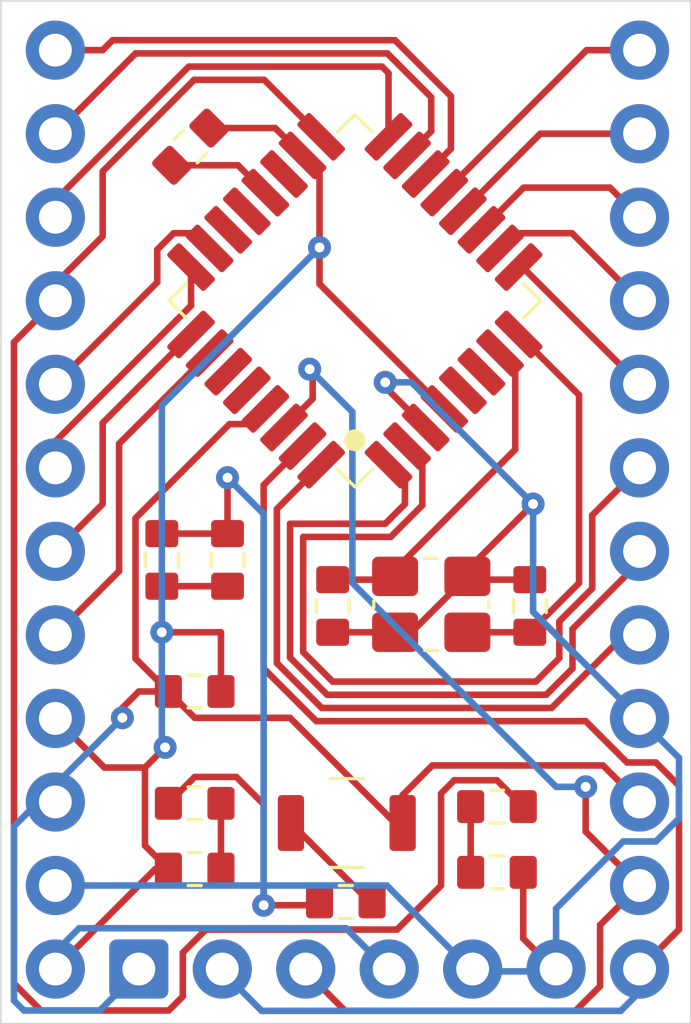
<source format=kicad_pcb>
(kicad_pcb (version 20241229) (generator "pcbnew") (generator_version "9.0")
  (layers (0 "F.Cu" signal) (2 "B.Cu" signal) (13 "F.Paste" user) (15 "B.Paste" user) (5 "F.SilkS" user "F.Silkscreen") (7 "B.SilkS" user "B.Silkscreen") (1 "F.Mask" user) (3 "B.Mask" user) (25 "Edge.Cuts" user))
  (net 0 "")
  (net 1 "Net-(U1-XTAL2{slash}PB7)")
  (net 2 "Net-(U1-XTAL{slash}PB6)")
  (net 3 "Net-(C4-Pad2)")
  (net 4 "Net-(U1-AREF)")
  (net 5 "RAW")
  (net 6 "Net-(D1-Pad1)")
  (net 7 "Net-(D2-Pad2)")
  (net 8 "SCK")
  (net 9 "DTR")
  (net 10 "D3")
  (net 11 "RXI")
  (net 12 "MOSI")
  (net 13 "D5")
  (net 14 "A3")
  (net 15 "D4")
  (net 16 "A4")
  (net 17 "D7")
  (net 18 "D6")
  (net 19 "A2")
  (net 20 "A6")
  (net 21 "MISO")
  (net 22 "A0")
  (net 23 "A1")
  (net 24 "D9")
  (net 25 "D8")
  (net 26 "TXO")
  (net 27 "A7")
  (net 28 "A5")
  (net 29 "D2")
  (net 30 "D10")
  (net 31 "GND")
  (footprint "MyFootLib:0603_CA" (layer "F.Cu") (at 143.5 48)
    (property "Reference" "R1")
    (property "Value" "330" (hide yes))
    (fp_line (start -0.2 -0.5) (end 0.2 -0.5) (stroke (width 0.1)) (layer "F.SilkS"))
    (fp_line (start -0.2 0.5) (end 0.2 0.5) (stroke (width 0.1)) (layer "F.SilkS"))
    (pad "1" smd roundrect (at -0.8 0) (size 0.825 1) (layers "F.Cu" "F.Mask" "F.Paste") (roundrect_rratio 0.15) (net 6 "Net-(D1-Pad1)"))
    (pad "2" smd roundrect (at 0.8 0) (size 0.825 1) (layers "F.Cu" "F.Mask" "F.Paste") (roundrect_rratio 0.15) (net 8 "SCK"))
  )
  (footprint "MyFootLib:FTDI" (layer "F.Cu") (at 145.3 52.94 -90)
    (property "Reference" "J3" (hide yes))
    (property "Value" "FTDI" (hide yes))
    (pad "1" thru_hole roundrect (at 0 12.7 270) (size 1.8 1.8) (drill 1) (layers "*.Cu" "*.Mask") (roundrect_rratio 0.125) (net 9 "DTR"))
    (pad "2" thru_hole circle (at 0 10.16 270) (size 1.8 1.8) (drill 1) (layers "*.Cu" "*.Mask") (net 26 "TXO"))
    (pad "3" thru_hole circle (at 0 7.62 270) (size 1.8 1.8) (drill 1) (layers "*.Cu" "*.Mask") (net 11 "RXI"))
    (pad "4" thru_hole circle (at 0 5.08 270) (size 1.8 1.8) (drill 1) (layers "*.Cu" "*.Mask") (net 5 "RAW"))
    (pad "5" thru_hole circle (at 0 2.54 270) (size 1.8 1.8) (drill 1) (layers "*.Cu" "*.Mask") (net 31 "GND"))
    (pad "6" thru_hole circle (at 0 0 270) (size 1.8 1.8) (drill 1) (layers "*.Cu" "*.Mask") (net 31 "GND"))
  )
  (footprint "MyFootLib:SidePorts" (layer "F.Cu") (at 147.84 52.94 180)
    (property "Reference" "J1" (hide yes))
    (property "Value" "~" (hide yes))
    (pad "1" thru_hole circle (at 0 27.94 180) (size 1.8 1.8) (drill 1) (layers "*.Cu" "*.Mask") (net 24 "D9"))
    (pad "2" thru_hole circle (at 0 25.4 180) (size 1.8 1.8) (drill 1) (layers "*.Cu" "*.Mask") (net 25 "D8"))
    (pad "3" thru_hole circle (at 0 22.86 180) (size 1.8 1.8) (drill 1) (layers "*.Cu" "*.Mask") (net 17 "D7"))
    (pad "4" thru_hole circle (at 0 20.32 180) (size 1.8 1.8) (drill 1) (layers "*.Cu" "*.Mask") (net 18 "D6"))
    (pad "5" thru_hole circle (at 0 17.78 180) (size 1.8 1.8) (drill 1) (layers "*.Cu" "*.Mask") (net 13 "D5"))
    (pad "6" thru_hole circle (at 0 15.24 180) (size 1.8 1.8) (drill 1) (layers "*.Cu" "*.Mask") (net 15 "D4"))
    (pad "7" thru_hole circle (at 0 12.7 180) (size 1.8 1.8) (drill 1) (layers "*.Cu" "*.Mask") (net 10 "D3"))
    (pad "8" thru_hole circle (at 0 10.16 180) (size 1.8 1.8) (drill 1) (layers "*.Cu" "*.Mask") (net 29 "D2"))
    (pad "9" thru_hole circle (at 0 7.62 180) (size 1.8 1.8) (drill 1) (layers "*.Cu" "*.Mask") (net 31 "GND"))
    (pad "10" thru_hole circle (at 0 5.08 180) (size 1.8 1.8) (drill 1) (layers "*.Cu" "*.Mask") (net 9 "DTR"))
    (pad "11" thru_hole circle (at 0 2.54 180) (size 1.8 1.8) (drill 1) (layers "*.Cu" "*.Mask") (net 11 "RXI"))
    (pad "12" thru_hole circle (at 0 0 180) (size 1.8 1.8) (drill 1) (layers "*.Cu" "*.Mask") (net 26 "TXO"))
  )
  (footprint "MyFootLib:0603_CA" (layer "F.Cu") (at 138.5 41.9 -90)
    (property "Reference" "C2")
    (property "Value" "12pF" (hide yes))
    (fp_line (start -0.2 0.5) (end 0.2 0.5) (stroke (width 0.1)) (layer "F.SilkS"))
    (fp_line (start -0.2 -0.5) (end 0.2 -0.5) (stroke (width 0.1)) (layer "F.SilkS"))
    (pad "1" smd roundrect (at -0.8 0 270) (size 0.825 1) (layers "F.Cu" "F.Mask" "F.Paste") (roundrect_rratio 0.15) (net 2 "Net-(U1-XTAL{slash}PB6)"))
    (pad "2" smd roundrect (at 0.8 0 270) (size 0.825 1) (layers "F.Cu" "F.Mask" "F.Paste") (roundrect_rratio 0.15) (net 31 "GND"))
  )
  (footprint "MyFootLib:0603_CA" (layer "F.Cu") (at 133.3 40.5 90)
    (property "Reference" "C7" (hide yes))
    (property "Value" "100nF" (hide yes))
    (fp_line (start -0.2 -0.5) (end 0.2 -0.5) (stroke (width 0.1)) (layer "F.SilkS"))
    (fp_line (start -0.2 0.5) (end 0.2 0.5) (stroke (width 0.1)) (layer "F.SilkS"))
    (pad "1" smd roundrect (at -0.8 0 90) (size 0.825 1) (layers "F.Cu" "F.Mask" "F.Paste") (roundrect_rratio 0.15) (net 5 "RAW"))
    (pad "2" smd roundrect (at 0.8 0 90) (size 0.825 1) (layers "F.Cu" "F.Mask" "F.Paste") (roundrect_rratio 0.15) (net 31 "GND"))
  )
  (footprint "MyFootLib:0603_CA" (layer "F.Cu") (at 134.3 49.9)
    (property "Reference" "D2")
    (property "Value" "Red" (hide yes))
    (fp_line (start -0.2 -0.5) (end 0.2 -0.5) (stroke (width 0.1)) (layer "F.SilkS"))
    (fp_line (start -0.2 0.5) (end 0.2 0.5) (stroke (width 0.1)) (layer "F.SilkS"))
    (pad "1" smd roundrect (at -0.8 0) (size 0.825 1) (layers "F.Cu" "F.Mask" "F.Paste") (roundrect_rratio 0.15) (net 5 "RAW"))
    (pad "2" smd roundrect (at 0.8 0) (size 0.825 1) (layers "F.Cu" "F.Mask" "F.Paste") (roundrect_rratio 0.15) (net 7 "Net-(D2-Pad2)"))
  )
  (footprint "MyFootLib:Omron_B3U-1000P" (layer "F.Cu") (at 138.93 48.5)
    (property "Reference" "SW1")
    (property "Value" "SW_Push" (hide yes))
    (fp_line (start -0.5 -1.35) (end 0.5 -1.35) (stroke (width 0.1)) (layer "F.SilkS"))
    (fp_line (start -0.5 1.35) (end 0.5 1.35) (stroke (width 0.1)) (layer "F.SilkS"))
    (pad "1" smd roundrect (at -1.7 0) (size 0.8 1.7) (layers "F.Cu" "F.Mask" "F.Paste") (roundrect_rratio 0.15) (net 3 "Net-(C4-Pad2)"))
    (pad "2" smd roundrect (at 1.7 0) (size 0.8 1.7) (layers "F.Cu" "F.Mask" "F.Paste") (roundrect_rratio 0.15) (net 9 "DTR"))
  )
  (footprint "MyFootLib:0603_CA" (layer "F.Cu") (at 134.3 44.5)
    (property "Reference" "R3" (hide yes))
    (property "Value" "10k" (hide yes))
    (fp_line (start -0.2 -0.5) (end 0.2 -0.5) (stroke (width 0.1)) (layer "F.SilkS"))
    (fp_line (start -0.2 0.5) (end 0.2 0.5) (stroke (width 0.1)) (layer "F.SilkS"))
    (pad "1" smd roundrect (at -0.8 0) (size 0.825 1) (layers "F.Cu" "F.Mask" "F.Paste") (roundrect_rratio 0.15) (net 9 "DTR"))
    (pad "2" smd roundrect (at 0.8 0) (size 0.825 1) (layers "F.Cu" "F.Mask" "F.Paste") (roundrect_rratio 0.15) (net 5 "RAW"))
  )
  (footprint "MyFootLib:0603_CA" (layer "F.Cu") (at 135.3 40.5 90)
    (property "Reference" "C6" (hide yes))
    (property "Value" "1uF" (hide yes))
    (fp_line (start -0.2 -0.5) (end 0.2 -0.5) (stroke (width 0.1)) (layer "F.SilkS"))
    (fp_line (start -0.2 0.5) (end 0.2 0.5) (stroke (width 0.1)) (layer "F.SilkS"))
    (pad "1" smd roundrect (at -0.8 0 90) (size 0.825 1) (layers "F.Cu" "F.Mask" "F.Paste") (roundrect_rratio 0.15) (net 5 "RAW"))
    (pad "2" smd roundrect (at 0.8 0 90) (size 0.825 1) (layers "F.Cu" "F.Mask" "F.Paste") (roundrect_rratio 0.15) (net 31 "GND"))
  )
  (footprint "MyFootLib:0603_CA" (layer "F.Cu") (at 138.9 50.9)
    (property "Reference" "C4")
    (property "Value" "100nF" (hide yes))
    (fp_line (start -0.2 -0.5) (end 0.2 -0.5) (stroke (width 0.1)) (layer "F.SilkS"))
    (fp_line (start -0.2 0.5) (end 0.2 0.5) (stroke (width 0.1)) (layer "F.SilkS"))
    (pad "1" smd roundrect (at -0.8 0) (size 0.825 1) (layers "F.Cu" "F.Mask" "F.Paste") (roundrect_rratio 0.15) (net 31 "GND"))
    (pad "2" smd roundrect (at 0.8 0) (size 0.825 1) (layers "F.Cu" "F.Mask" "F.Paste") (roundrect_rratio 0.15) (net 3 "Net-(C4-Pad2)"))
  )
  (footprint "MyFootLib:0603_CA" (layer "F.Cu") (at 134.165685 27.934315 -135)
    (property "Reference" "C5" (hide yes))
    (property "Value" "12pF" (hide yes))
    (fp_line (start -0.2 0.5) (end 0.2 0.5) (stroke (width 0.1)) (layer "F.SilkS"))
    (fp_line (start -0.2 -0.5) (end 0.2 -0.5) (stroke (width 0.1)) (layer "F.SilkS"))
    (pad "1" smd roundrect (at -0.799999 0 225) (size 0.825 1) (layers "F.Cu" "F.Mask" "F.Paste") (roundrect_rratio 0.15) (net 5 "RAW"))
    (pad "2" smd roundrect (at 0.799999 0 225) (size 0.825 1) (layers "F.Cu" "F.Mask" "F.Paste") (roundrect_rratio 0.15) (net 4 "Net-(U1-AREF)"))
  )
  (footprint "MyFootLib:0603_CA" (layer "F.Cu") (at 144.5 41.9 90)
    (property "Reference" "C1")
    (property "Value" "12pF" (hide yes))
    (fp_line (start -0.2 -0.5) (end 0.2 -0.5) (stroke (width 0.1)) (layer "F.SilkS"))
    (fp_line (start -0.2 0.5) (end 0.2 0.5) (stroke (width 0.1)) (layer "F.SilkS"))
    (pad "1" smd roundrect (at -0.8 0 90) (size 0.825 1) (layers "F.Cu" "F.Mask" "F.Paste") (roundrect_rratio 0.15) (net 1 "Net-(U1-XTAL2{slash}PB7)"))
    (pad "2" smd roundrect (at 0.8 0 90) (size 0.825 1) (layers "F.Cu" "F.Mask" "F.Paste") (roundrect_rratio 0.15) (net 31 "GND"))
  )
  (footprint "MyFootLib:ATmega328p-AU" (layer "F.Cu") (at 139.174695 32.62 135)
    (property "Reference" "U1" (hide yes))
    (property "Value" "ATmega328p-A")
    (fp_line (start 4 -4) (end 4 -3.25) (stroke (width 0.1)) (layer "F.SilkS"))
    (fp_line (start 3.25 -4) (end 4 -4) (stroke (width 0.1)) (layer "F.SilkS"))
    (fp_line (start 4 3.25) (end 4 4) (stroke (width 0.1)) (layer "F.SilkS"))
    (fp_line (start 4 4) (end 3.25 4) (stroke (width 0.1)) (layer "F.SilkS"))
    (fp_line (start -4 -4) (end -3.25 -4) (stroke (width 0.1)) (layer "F.SilkS"))
    (fp_line (start -4 -3.25) (end -4 -4) (stroke (width 0.1)) (layer "F.SilkS"))
    (fp_line (start -3.25 4) (end -4 4) (stroke (width 0.1)) (layer "F.SilkS"))
    (fp_line (start -4 4) (end -4 3.25) (stroke (width 0.1)) (layer "F.SilkS"))
    (fp_circle (center -3 -3) (end -2.8 -2.8) (stroke (width 0.1)) (fill yes) (layer "F.SilkS"))
    (pad "1" smd roundrect (at -4.25 -2.8 135) (size 1.6 0.55) (layers "F.Cu" "F.Mask" "F.Paste") (roundrect_rratio 0.15) (net 10 "D3"))
    (pad "2" smd roundrect (at -4.25 -2 135) (size 1.6 0.55) (layers "F.Cu" "F.Mask" "F.Paste") (roundrect_rratio 0.15) (net 15 "D4"))
    (pad "3" smd roundrect (at -4.25 -1.2 135) (size 1.6 0.55) (layers "F.Cu" "F.Mask" "F.Paste") (roundrect_rratio 0.15) (net 31 "GND"))
    (pad "4" smd roundrect (at -4.25 -0.4 135) (size 1.6 0.55) (layers "F.Cu" "F.Mask" "F.Paste") (roundrect_rratio 0.15) (net 5 "RAW"))
    (pad "5" smd roundrect (at -4.25 0.4 135) (size 1.6 0.55) (layers "F.Cu" "F.Mask" "F.Paste") (roundrect_rratio 0.15))
    (pad "6" smd roundrect (at -4.25 1.2 135) (size 1.6 0.55) (layers "F.Cu" "F.Mask" "F.Paste") (roundrect_rratio 0.15))
    (pad "7" smd roundrect (at -4.25 2 135) (size 1.6 0.55) (layers "F.Cu" "F.Mask" "F.Paste") (roundrect_rratio 0.15) (net 2 "Net-(U1-XTAL{slash}PB6)"))
    (pad "8" smd roundrect (at -4.25 2.8 135) (size 1.6 0.55) (layers "F.Cu" "F.Mask" "F.Paste") (roundrect_rratio 0.15) (net 1 "Net-(U1-XTAL2{slash}PB7)"))
    (pad "9" smd roundrect (at -2.8 4.25 225) (size 1.6 0.55) (layers "F.Cu" "F.Mask" "F.Paste") (roundrect_rratio 0.15) (net 13 "D5"))
    (pad "10" smd roundrect (at -2 4.25 225) (size 1.6 0.55) (layers "F.Cu" "F.Mask" "F.Paste") (roundrect_rratio 0.15) (net 18 "D6"))
    (pad "11" smd roundrect (at -1.2 4.25 225) (size 1.6 0.55) (layers "F.Cu" "F.Mask" "F.Paste") (roundrect_rratio 0.15) (net 17 "D7"))
    (pad "12" smd roundrect (at -0.4 4.25 225) (size 1.6 0.55) (layers "F.Cu" "F.Mask" "F.Paste") (roundrect_rratio 0.15) (net 25 "D8"))
    (pad "13" smd roundrect (at 0.4 4.25 225) (size 1.6 0.55) (layers "F.Cu" "F.Mask" "F.Paste") (roundrect_rratio 0.15) (net 24 "D9"))
    (pad "14" smd roundrect (at 1.2 4.25 225) (size 1.6 0.55) (layers "F.Cu" "F.Mask" "F.Paste") (roundrect_rratio 0.15) (net 30 "D10"))
    (pad "15" smd roundrect (at 2 4.25 225) (size 1.6 0.55) (layers "F.Cu" "F.Mask" "F.Paste") (roundrect_rratio 0.15) (net 12 "MOSI"))
    (pad "16" smd roundrect (at 2.8 4.25 225) (size 1.6 0.55) (layers "F.Cu" "F.Mask" "F.Paste") (roundrect_rratio 0.15) (net 21 "MISO"))
    (pad "17" smd roundrect (at 4.25 2.8 135) (size 1.6 0.55) (layers "F.Cu" "F.Mask" "F.Paste") (roundrect_rratio 0.15) (net 8 "SCK"))
    (pad "18" smd roundrect (at 4.25 2 135) (size 1.6 0.55) (layers "F.Cu" "F.Mask" "F.Paste") (roundrect_rratio 0.15) (net 5 "RAW"))
    (pad "19" smd roundrect (at 4.25 1.2 135) (size 1.6 0.55) (layers "F.Cu" "F.Mask" "F.Paste") (roundrect_rratio 0.15) (net 20 "A6"))
    (pad "20" smd roundrect (at 4.25 0.4 135) (size 1.6 0.55) (layers "F.Cu" "F.Mask" "F.Paste") (roundrect_rratio 0.15) (net 4 "Net-(U1-AREF)"))
    (pad "21" smd roundrect (at 4.25 -0.4 135) (size 1.6 0.55) (layers "F.Cu" "F.Mask" "F.Paste") (roundrect_rratio 0.15))
    (pad "22" smd roundrect (at 4.25 -1.2 135) (size 1.6 0.55) (layers "F.Cu" "F.Mask" "F.Paste") (roundrect_rratio 0.15) (net 27 "A7"))
    (pad "23" smd roundrect (at 4.25 -2 135) (size 1.6 0.55) (layers "F.Cu" "F.Mask" "F.Paste") (roundrect_rratio 0.15) (net 22 "A0"))
    (pad "24" smd roundrect (at 4.25 -2.8 135) (size 1.6 0.55) (layers "F.Cu" "F.Mask" "F.Paste") (roundrect_rratio 0.15) (net 23 "A1"))
    (pad "25" smd roundrect (at 2.8 -4.25 225) (size 1.6 0.55) (layers "F.Cu" "F.Mask" "F.Paste") (roundrect_rratio 0.15) (net 19 "A2"))
    (pad "26" smd roundrect (at 2 -4.25 225) (size 1.6 0.55) (layers "F.Cu" "F.Mask" "F.Paste") (roundrect_rratio 0.15) (net 14 "A3"))
    (pad "27" smd roundrect (at 1.2 -4.25 225) (size 1.6 0.55) (layers "F.Cu" "F.Mask" "F.Paste") (roundrect_rratio 0.15) (net 16 "A4"))
    (pad "28" smd roundrect (at 0.4 -4.25 225) (size 1.6 0.55) (layers "F.Cu" "F.Mask" "F.Paste") (roundrect_rratio 0.15) (net 28 "A5"))
    (pad "29" smd roundrect (at -0.4 -4.25 225) (size 1.6 0.55) (layers "F.Cu" "F.Mask" "F.Paste") (roundrect_rratio 0.15) (net 9 "DTR"))
    (pad "30" smd roundrect (at -1.2 -4.25 225) (size 1.6 0.55) (layers "F.Cu" "F.Mask" "F.Paste") (roundrect_rratio 0.15) (net 11 "RXI"))
    (pad "31" smd roundrect (at -2 -4.25 225) (size 1.6 0.55) (layers "F.Cu" "F.Mask" "F.Paste") (roundrect_rratio 0.15) (net 26 "TXO"))
    (pad "32" smd roundrect (at -2.8 -4.25 225) (size 1.6 0.55) (layers "F.Cu" "F.Mask" "F.Paste") (roundrect_rratio 0.15) (net 29 "D2"))
  )
  (footprint "MyFootLib:SidePorts" (layer "F.Cu") (at 130.06 25)
    (property "Reference" "J2" (hide yes))
    (property "Value" "~" (hide yes))
    (pad "1" thru_hole circle (at 0 27.94) (size 1.8 1.8) (drill 1) (layers "*.Cu" "*.Mask") (net 5 "RAW"))
    (pad "2" thru_hole circle (at 0 25.4) (size 1.8 1.8) (drill 1) (layers "*.Cu" "*.Mask") (net 31 "GND"))
    (pad "3" thru_hole circle (at 0 22.86) (size 1.8 1.8) (drill 1) (layers "*.Cu" "*.Mask") (net 9 "DTR"))
    (pad "4" thru_hole circle (at 0 20.32) (size 1.8 1.8) (drill 1) (layers "*.Cu" "*.Mask") (net 5 "RAW"))
    (pad "5" thru_hole circle (at 0 17.78) (size 1.8 1.8) (drill 1) (layers "*.Cu" "*.Mask") (net 14 "A3"))
    (pad "6" thru_hole circle (at 0 15.24) (size 1.8 1.8) (drill 1) (layers "*.Cu" "*.Mask") (net 19 "A2"))
    (pad "7" thru_hole circle (at 0 12.7) (size 1.8 1.8) (drill 1) (layers "*.Cu" "*.Mask") (net 23 "A1"))
    (pad "8" thru_hole circle (at 0 10.16) (size 1.8 1.8) (drill 1) (layers "*.Cu" "*.Mask") (net 22 "A0"))
    (pad "9" thru_hole circle (at 0 7.62) (size 1.8 1.8) (drill 1) (layers "*.Cu" "*.Mask") (net 8 "SCK"))
    (pad "10" thru_hole circle (at 0 5.08) (size 1.8 1.8) (drill 1) (layers "*.Cu" "*.Mask") (net 21 "MISO"))
    (pad "11" thru_hole circle (at 0 2.54) (size 1.8 1.8) (drill 1) (layers "*.Cu" "*.Mask") (net 12 "MOSI"))
    (pad "12" thru_hole circle (at 0 0) (size 1.8 1.8) (drill 1) (layers "*.Cu" "*.Mask") (net 30 "D10"))
  )
  (footprint "MyFootLib:0603_CA" (layer "F.Cu") (at 143.5 50)
    (property "Reference" "D1")
    (property "Value" "Green" (hide yes))
    (fp_line (start -0.2 -0.5) (end 0.2 -0.5) (stroke (width 0.1)) (layer "F.SilkS"))
    (fp_line (start -0.2 0.5) (end 0.2 0.5) (stroke (width 0.1)) (layer "F.SilkS"))
    (pad "1" smd roundrect (at -0.8 0) (size 0.825 1) (layers "F.Cu" "F.Mask" "F.Paste") (roundrect_rratio 0.15) (net 6 "Net-(D1-Pad1)"))
    (pad "2" smd roundrect (at 0.8 0) (size 0.825 1) (layers "F.Cu" "F.Mask" "F.Paste") (roundrect_rratio 0.15) (net 31 "GND"))
  )
  (footprint "MyFootLib:Crystal" (layer "F.Cu") (at 141.5 41.85)
    (property "Reference" "Y1" (hide yes))
    (property "Value" "16Mhz" (hide yes))
    (fp_line (start -1.75 -0.1) (end -1.75 0.1) (stroke (width 0.1)) (layer "F.SilkS"))
    (fp_line (start -0.2 -1.4) (end 0.2 -1.4) (stroke (width 0.1)) (layer "F.SilkS"))
    (fp_line (start -0.2 1.4) (end 0.2 1.4) (stroke (width 0.1)) (layer "F.SilkS"))
    (fp_line (start 1.75 -0.1) (end 1.75 0.1) (stroke (width 0.1)) (layer "F.SilkS"))
    (pad "1" smd roundrect (at -1.1 -0.85) (size 1.4 1.2) (layers "F.Cu" "F.Mask" "F.Paste") (roundrect_rratio 0.15) (net 2 "Net-(U1-XTAL{slash}PB6)"))
    (pad "2" smd roundrect (at 1.1 -0.85) (size 1.4 1.2) (layers "F.Cu" "F.Mask" "F.Paste") (roundrect_rratio 0.15) (net 31 "GND"))
    (pad "3" smd roundrect (at 1.1 0.85) (size 1.4 1.2) (layers "F.Cu" "F.Mask" "F.Paste") (roundrect_rratio 0.15) (net 1 "Net-(U1-XTAL2{slash}PB7)"))
    (pad "4" smd roundrect (at -1.1 0.85) (size 1.4 1.2) (layers "F.Cu" "F.Mask" "F.Paste") (roundrect_rratio 0.15) (net 31 "GND"))
  )
  (footprint "MyFootLib:0603_CA" (layer "F.Cu") (at 134.3 47.9)
    (property "Reference" "R2")
    (property "Value" "10k" (hide yes))
    (fp_line (start -0.2 -0.5) (end 0.2 -0.5) (stroke (width 0.1)) (layer "F.SilkS"))
    (fp_line (start -0.2 0.5) (end 0.2 0.5) (stroke (width 0.1)) (layer "F.SilkS"))
    (pad "1" smd roundrect (at -0.8 0) (size 0.825 1) (layers "F.Cu" "F.Mask" "F.Paste") (roundrect_rratio 0.15) (net 31 "GND"))
    (pad "2" smd roundrect (at 0.8 0) (size 0.825 1) (layers "F.Cu" "F.Mask" "F.Paste") (roundrect_rratio 0.15) (net 7 "Net-(D2-Pad2)"))
  )
  (gr_rect (start 128.4 23.5) (end 149.4 54.6) (stroke (width 0.05)) (fill no) (layer "Edge.Cuts"))
  (segment (start 142.6 42.7) (end 144.5 42.7) (width 0.2) (layer "F.Cu") (net 1))
  (segment (start 144.5 42.7) (end 146 41.2) (width 0.2) (layer "F.Cu") (net 1))
  (segment (start 146 35.485506) (end 144.159798 33.645305) (width 0.2) (layer "F.Cu") (net 1))
  (segment (start 146 41.2) (end 146 35.485506) (width 0.2) (layer "F.Cu") (net 1))
  (segment (start 144.05701 34.673888) (end 144.05701 37.14299) (width 0.2) (layer "F.Cu") (net 2))
  (segment (start 144.05701 37.14299) (end 140.4 40.8) (width 0.2) (layer "F.Cu") (net 2))
  (segment (start 138.5 41.1) (end 140.3 41.1) (width 0.2) (layer "F.Cu") (net 2))
  (segment (start 140.4 40.8) (end 140.4 41) (width 0.2) (layer "F.Cu") (net 2))
  (segment (start 143.594112 34.21099) (end 144.05701 34.673888) (width 0.2) (layer "F.Cu") (net 2))
  (segment (start 140.3 41.1) (end 140.4 41) (width 0.2) (layer "F.Cu") (net 2))
  (segment (start 139.7 51) (end 139.7 50.97) (width 0.2) (layer "F.Cu") (net 3))
  (segment (start 139.7 50.97) (end 138.115 49.385) (width 0.2) (layer "F.Cu") (net 3))
  (segment (start 138.115 49.385) (end 137.23 48.5) (width 0.2) (layer "F.Cu") (net 3))
  (segment (start 136.452334 29.331953) (end 135.620381 28.5) (width 0.2) (layer "F.Cu") (net 4))
  (segment (start 135.620381 28.5) (end 133.6 28.5) (width 0.2) (layer "F.Cu") (net 4))
  (segment (start 134.73137 27.36863) (end 136.751752 27.36863) (width 0.2) (layer "F.Cu") (net 5))
  (segment (start 136.751752 27.36863) (end 137.583705 28.200583) (width 0.2) (layer "F.Cu") (net 5))
  (segment (start 133.5 49.9) (end 133.1 49.9) (width 0.2) (layer "F.Cu") (net 5))
  (segment (start 135.1 42.7) (end 133.3 42.7) (width 0.2) (layer "F.Cu") (net 5))
  (segment (start 138.1 31) (end 138.1 32.110991) (width 0.2) (layer "F.Cu") (net 5))
  (segment (start 131.5535 46.8135) (end 130.06 45.32) (width 0.2) (layer "F.Cu") (net 5))
  (segment (start 138.1 32.110991) (end 141.897056 35.908047) (width 0.2) (layer "F.Cu") (net 5))
  (segment (start 133.5 49.9) (end 132.7865 49.1865) (width 0.2) (layer "F.Cu") (net 5))
  (segment (start 135.1 44.5) (end 135.1 42.7) (width 0.2) (layer "F.Cu") (net 5))
  (segment (start 132.7865 49.1865) (end 132.7865 46.8135) (width 0.2) (layer "F.Cu") (net 5))
  (segment (start 132.7865 46.8135) (end 133.4 46.2) (width 0.2) (layer "F.Cu") (net 5))
  (segment (start 138.1 28.716878) (end 137.583705 28.200583) (width 0.2) (layer "F.Cu") (net 5))
  (segment (start 138.1 31) (end 138.1 28.716878) (width 0.2) (layer "F.Cu") (net 5))
  (segment (start 135.3 41.3) (end 133.3 41.3) (width 0.2) (layer "F.Cu") (net 5))
  (segment (start 132.7865 46.8135) (end 131.5535 46.8135) (width 0.2) (layer "F.Cu") (net 5))
  (segment (start 133.3 41.3) (end 133.3 42.7) (width 0.2) (layer "F.Cu") (net 5))
  (segment (start 133.1 49.9) (end 130.06 52.94) (width 0.2) (layer "F.Cu") (net 5))
  (via (at 133.4 46.2) (size 0.7) (drill 0.3) (layers "F.Cu" "B.Cu") (net 5))
  (via (at 133.3 42.7) (size 0.7) (drill 0.3) (layers "F.Cu" "B.Cu") (net 5))
  (via (at 138.1 31) (size 0.7) (drill 0.3) (layers "F.Cu" "B.Cu") (net 5))
  (segment (start 130.78 51.7) (end 129.54 52.94) (width 0.2) (layer "B.Cu") (net 5))
  (segment (start 133.3 42.7) (end 133.3 46.1) (width 0.2) (layer "B.Cu") (net 5))
  (segment (start 138.1 31) (end 133.3 35.8) (width 0.2) (layer "B.Cu") (net 5))
  (segment (start 133.3 46.1) (end 133.4 46.2) (width 0.2) (layer "B.Cu") (net 5))
  (segment (start 138.908846 51.7) (end 130.78 51.7) (width 0.2) (layer "B.Cu") (net 5))
  (segment (start 140.22 53.011154) (end 138.908846 51.7) (width 0.2) (layer "B.Cu") (net 5))
  (segment (start 133.3 35.8) (end 133.3 42.7) (width 0.2) (layer "B.Cu") (net 5))
  (segment (start 142.7 48) (end 142.8 47.9) (width 0.2) (layer "F.Cu") (net 6))
  (segment (start 142.7 48) (end 142.7 50) (width 0.2) (layer "F.Cu") (net 6))
  (segment (start 135.1 47.9) (end 135.1 49.9) (width 0.2) (layer "F.Cu") (net 7))
  (segment (start 133.511264 54.2) (end 129.621529 54.2) (width 0.2) (layer "F.Cu") (net 8))
  (segment (start 133.939 53.772264) (end 133.511264 54.2) (width 0.2) (layer "F.Cu") (net 8))
  (segment (start 128.8 33.88) (end 130.06 32.62) (width 0.2) (layer "F.Cu") (net 8))
  (segment (start 134.2861 25.901) (end 131.5 28.6871) (width 0.2) (layer "F.Cu") (net 8))
  (segment (start 143.5 47.2) (end 142.2 47.2) (width 0.2) (layer "F.Cu") (net 8))
  (segment (start 131.5 28.6871) (end 131.5 30.66) (width 0.2) (layer "F.Cu") (net 8))
  (segment (start 142.2 47.2) (end 141.8 47.6) (width 0.2) (layer "F.Cu") (net 8))
  (segment (start 131.5 30.66) (end 130.06 32.1) (width 0.2) (layer "F.Cu") (net 8))
  (segment (start 141.8 47.6) (end 141.8 50.4) (width 0.2) (layer "F.Cu") (net 8))
  (segment (start 140.461 51.739) (end 134.642529 51.739) (width 0.2) (layer "F.Cu") (net 8))
  (segment (start 144.3 48) (end 143.5 47.2) (width 0.2) (layer "F.Cu") (net 8))
  (segment (start 128.8 53.378471) (end 128.8 33.88) (width 0.2) (layer "F.Cu") (net 8))
  (segment (start 133.939 52.442529) (end 133.939 53.772264) (width 0.2) (layer "F.Cu") (net 8))
  (segment (start 136.415493 25.901) (end 134.2861 25.901) (width 0.2) (layer "F.Cu") (net 8))
  (segment (start 141.8 50.4) (end 140.461 51.739) (width 0.2) (layer "F.Cu") (net 8))
  (segment (start 129.621529 54.2) (end 128.8 53.378471) (width 0.2) (layer "F.Cu") (net 8))
  (segment (start 134.642529 51.739) (end 133.939 52.442529) (width 0.2) (layer "F.Cu") (net 8))
  (segment (start 138.14939 27.634897) (end 136.415493 25.901) (width 0.2) (layer "F.Cu") (net 8))
  (segment (start 130.06 32.1) (end 130.06 32.62) (width 0.2) (layer "F.Cu") (net 8))
  (segment (start 132.55 43.55) (end 132.499 43.499) (width 0.2) (layer "F.Cu") (net 9))
  (segment (start 140.4 48.5) (end 137.201 45.301) (width 0.2) (layer "F.Cu") (net 9))
  (segment (start 132.499 43.499) (end 132.499 39.231884) (width 0.2) (layer "F.Cu") (net 9))
  (segment (start 137.201 45.301) (end 134.301 45.301) (width 0.2) (layer "F.Cu") (net 9))
  (segment (start 135.989437 36.370944) (end 136.452334 35.908047) (width 0.2) (layer "F.Cu") (net 9))
  (segment (start 140.63 48.5) (end 140.63 47.65) (width 0.2) (layer "F.Cu") (net 9))
  (segment (start 133.5 44.5) (end 132.55 43.55) (width 0.2) (layer "F.Cu") (net 9))
  (segment (start 132.499 39.231884) (end 135.35994 36.370944) (width 0.2) (layer "F.Cu") (net 9))
  (segment (start 132.1 45.3) (end 132.1 45) (width 0.2) (layer "F.Cu") (net 9))
  (segment (start 146.729 46.749) (end 147.84 47.86) (width 0.2) (layer "F.Cu") (net 9))
  (segment (start 135.35994 36.370944) (end 135.989437 36.370944) (width 0.2) (layer "F.Cu") (net 9))
  (segment (start 132.6 44.5) (end 133.5 44.5) (width 0.2) (layer "F.Cu") (net 9))
  (segment (start 132.1 45) (end 132.6 44.5) (width 0.2) (layer "F.Cu") (net 9))
  (segment (start 140.63 48.5) (end 140.4 48.5) (width 0.2) (layer "F.Cu") (net 9))
  (segment (start 141.531 46.749) (end 146.729 46.749) (width 0.2) (layer "F.Cu") (net 9))
  (segment (start 134.301 45.301) (end 133.5 44.5) (width 0.2) (layer "F.Cu") (net 9))
  (segment (start 140.63 47.65) (end 141.531 46.749) (width 0.2) (layer "F.Cu") (net 9))
  (via (at 132.1 45.3) (size 0.7) (drill 0.3) (layers "F.Cu" "B.Cu") (net 9))
  (segment (start 132.1 45.3) (end 128.8 48.6) (width 0.2) (layer "B.Cu") (net 9))
  (segment (start 129.101529 54.2) (end 131.411154 54.2) (width 0.2) (layer "B.Cu") (net 9))
  (segment (start 131.411154 54.2) (end 132.6 53.011154) (width 0.2) (layer "B.Cu") (net 9))
  (segment (start 128.8 53.9) (end 128.801529 53.9) (width 0.2) (layer "B.Cu") (net 9))
  (segment (start 128.8 48.6) (end 128.8 53.9) (width 0.2) (layer "B.Cu") (net 9))
  (segment (start 128.801529 53.9) (end 129.101529 54.2) (width 0.2) (layer "B.Cu") (net 9))
  (segment (start 138.3339 44.601) (end 137.202 43.4691) (width 0.2) (layer "F.Cu") (net 10))
  (segment (start 144.8 44.6) (end 144.799 44.601) (width 0.2) (layer "F.Cu") (net 10))
  (segment (start 147.84 40.56) (end 147.84 40.24) (width 0.2) (layer "F.Cu") (net 10))
  (segment (start 144.799 44.601) (end 138.3339 44.601) (width 0.2) (layer "F.Cu") (net 10))
  (segment (start 145.8 42.6) (end 147.84 40.56) (width 0.2) (layer "F.Cu") (net 10))
  (segment (start 137.202 43.4691) (end 137.202 39.4) (width 0.2) (layer "F.Cu") (net 10))
  (segment (start 140.1 39.4) (end 140.7 38.8) (width 0.2) (layer "F.Cu") (net 10))
  (segment (start 140.7 38.8) (end 140.7 38.105103) (width 0.2) (layer "F.Cu") (net 10))
  (segment (start 145.8 42.6) (end 145.8 43.8) (width 0.2) (layer "F.Cu") (net 10))
  (segment (start 147.98 40.8) (end 148.54 40.24) (width 0.2) (layer "F.Cu") (net 10))
  (segment (start 137.202 39.4) (end 140.1 39.4) (width 0.2) (layer "F.Cu") (net 10))
  (segment (start 140.7 38.105103) (end 140.2 37.605103) (width 0.2) (layer "F.Cu") (net 10))
  (segment (start 145 44.6) (end 144.8 44.6) (width 0.2) (layer "F.Cu") (net 10))
  (segment (start 145.8 43.8) (end 145 44.6) (width 0.2) (layer "F.Cu") (net 10))
  (segment (start 137.68 53.011154) (end 138.881 54.212154) (width 0.2) (layer "F.Cu") (net 11))
  (segment (start 137.8 34.7) (end 137.891751 34.791751) (width 0.2) (layer "F.Cu") (net 11))
  (segment (start 146.639 51.601) (end 147.84 50.4) (width 0.2) (layer "F.Cu") (net 11))
  (segment (start 138.881 54.212154) (end 145.887846 54.212154) (width 0.2) (layer "F.Cu") (net 11))
  (segment (start 146.2 47.4) (end 146.2 48.76) (width 0.2) (layer "F.Cu") (net 11))
  (segment (start 137.891751 35.6) (end 137.018019 36.473732) (width 0.2) (layer "F.Cu") (net 11))
  (segment (start 146.639 53.461) (end 146.639 51.601) (width 0.2) (layer "F.Cu") (net 11))
  (segment (start 137.891751 34.791751) (end 137.891751 35.6) (width 0.2) (layer "F.Cu") (net 11))
  (segment (start 145.887846 54.212154) (end 146.639 53.461) (width 0.2) (layer "F.Cu") (net 11))
  (segment (start 146.2 48.76) (end 147.84 50.4) (width 0.2) (layer "F.Cu") (net 11))
  (via (at 146.2 47.4) (size 0.7) (drill 0.3) (layers "F.Cu" "B.Cu") (net 11))
  (via (at 137.8 34.7) (size 0.7) (drill 0.3) (layers "F.Cu" "B.Cu") (net 11))
  (segment (start 137.8 34.7) (end 139.1 36) (width 0.2) (layer "B.Cu") (net 11))
  (segment (start 139.1 36) (end 139.1 41.2) (width 0.2) (layer "B.Cu") (net 11))
  (segment (start 145.3 47.4) (end 146.2 47.4) (width 0.2) (layer "B.Cu") (net 11))
  (segment (start 139.1 41.2) (end 145.3 47.4) (width 0.2) (layer "B.Cu") (net 11))
  (segment (start 141.5 27.466268) (end 140.765685 28.200583) (width 0.2) (layer "F.Cu") (net 12))
  (segment (start 140.1661 25.099) (end 141.5 26.4329) (width 0.2) (layer "F.Cu") (net 12))
  (segment (start 130.08 27) (end 129.54 27.54) (width 0.2) (layer "F.Cu") (net 12))
  (segment (start 141.5 26.4329) (end 141.5 27.466268) (width 0.2) (layer "F.Cu") (net 12))
  (segment (start 132.501 25.099) (end 140.1661 25.099) (width 0.2) (layer "F.Cu") (net 12))
  (segment (start 130.06 27.54) (end 132.501 25.099) (width 0.2) (layer "F.Cu") (net 12))
  (segment (start 144.274695 31.594695) (end 147.84 35.16) (width 0.2) (layer "F.Cu") (net 13))
  (segment (start 144.159798 31.594695) (end 144.274695 31.594695) (width 0.2) (layer "F.Cu") (net 13))
  (segment (start 134.755278 34.21099) (end 132 36.966268) (width 0.2) (layer "F.Cu") (net 14))
  (segment (start 132 40.84) (end 130.06 42.78) (width 0.2) (layer "F.Cu") (net 14))
  (segment (start 132 36.966268) (end 132 40.84) (width 0.2) (layer "F.Cu") (net 14))
  (segment (start 144.6339 44.199) (end 144.6329 44.2) (width 0.2) (layer "F.Cu") (net 15))
  (segment (start 146.401 41.3661) (end 145.4 42.3671) (width 0.2) (layer "F.Cu") (net 15))
  (segment (start 146.401 39.139) (end 146.401 41.3661) (width 0.2) (layer "F.Cu") (net 15))
  (segment (start 144.685558 44.199) (end 144.6339 44.199) (width 0.2) (layer "F.Cu") (net 15))
  (segment (start 137.603 43.303) (end 137.603 39.801) (width 0.2) (layer "F.Cu") (net 15))
  (segment (start 141.228583 38.838517) (end 141.228583 37.502315) (width 0.2) (layer "F.Cu") (net 15))
  (segment (start 148.34 37.9) (end 148.54 37.7) (width 0.2) (layer "F.Cu") (net 15))
  (segment (start 140.2661 39.801) (end 141.228583 38.838517) (width 0.2) (layer "F.Cu") (net 15))
  (segment (start 137.603 39.801) (end 140.2661 39.801) (width 0.2) (layer "F.Cu") (net 15))
  (segment (start 145.399 43.485558) (end 144.685558 44.199) (width 0.2) (layer "F.Cu") (net 15))
  (segment (start 145.4 42.4329) (end 145.399 42.4339) (width 0.2) (layer "F.Cu") (net 15))
  (segment (start 138.5 44.2) (end 137.603 43.303) (width 0.2) (layer "F.Cu") (net 15))
  (segment (start 144.6329 44.2) (end 138.5 44.2) (width 0.2) (layer "F.Cu") (net 15))
  (segment (start 145.4 42.3671) (end 145.4 42.4329) (width 0.2) (layer "F.Cu") (net 15))
  (segment (start 147.84 37.7) (end 146.401 39.139) (width 0.2) (layer "F.Cu") (net 15))
  (segment (start 141.228583 37.502315) (end 140.765685 37.039417) (width 0.2) (layer "F.Cu") (net 15))
  (segment (start 145.399 42.4339) (end 145.399 43.485558) (width 0.2) (layer "F.Cu") (net 15))
  (segment (start 146.94 29.18) (end 147.84 30.08) (width 0.2) (layer "F.Cu") (net 17))
  (segment (start 143.028427 30.463324) (end 144.311751 29.18) (width 0.2) (layer "F.Cu") (net 17))
  (segment (start 144.311751 29.18) (end 146.94 29.18) (width 0.2) (layer "F.Cu") (net 17))
  (segment (start 143.594112 31.02901) (end 144.05701 30.566112) (width 0.2) (layer "F.Cu") (net 18))
  (segment (start 144.05701 30.566112) (end 145.786112 30.566112) (width 0.2) (layer "F.Cu") (net 18))
  (segment (start 145.786112 30.566112) (end 147.84 32.62) (width 0.2) (layer "F.Cu") (net 18))
  (segment (start 131.5 36.334897) (end 131.5 38.8) (width 0.2) (layer "F.Cu") (net 19))
  (segment (start 131.5 38.8) (end 130.06 40.24) (width 0.2) (layer "F.Cu") (net 19))
  (segment (start 134.189592 33.645305) (end 131.5 36.334897) (width 0.2) (layer "F.Cu") (net 19))
  (segment (start 140 25.5) (end 134.12 25.5) (width 0.2) (layer "F.Cu") (net 21))
  (segment (start 134.12 25.5) (end 130.06 29.56) (width 0.2) (layer "F.Cu") (net 21))
  (segment (start 140 25.5) (end 140.2 25.7) (width 0.2) (layer "F.Cu") (net 21))
  (segment (start 140.2 25.7) (end 140.2 27.634897) (width 0.2) (layer "F.Cu") (net 21))
  (segment (start 130.06 29.56) (end 130.06 30.08) (width 0.2) (layer "F.Cu") (net 21))
  (segment (start 133.161009 32.058991) (end 133.161009 31.066228) (width 0.2) (layer "F.Cu") (net 22))
  (segment (start 130.06 35.16) (end 133.161009 32.058991) (width 0.2) (layer "F.Cu") (net 22))
  (segment (start 133.161009 31.066228) (end 133.661125 30.566112) (width 0.2) (layer "F.Cu") (net 22))
  (segment (start 133.661125 30.566112) (end 134.29238 30.566112) (width 0.2) (layer "F.Cu") (net 22))
  (segment (start 134.29238 30.566112) (end 134.755278 31.02901) (width 0.2) (layer "F.Cu") (net 22))
  (segment (start 130.06 37.7) (end 130.06 36.899235) (width 0.2) (layer "F.Cu") (net 23))
  (segment (start 130.06 36.899235) (end 134.189592 32.769643) (width 0.2) (layer "F.Cu") (net 23))
  (segment (start 134.189592 32.769643) (end 134.189592 31.594695) (width 0.2) (layer "F.Cu") (net 23))
  (segment (start 141.897056 29.331953) (end 146.229009 25) (width 0.2) (layer "F.Cu") (net 24))
  (segment (start 146.229009 25) (end 147.84 25) (width 0.2) (layer "F.Cu") (net 24))
  (segment (start 144.820381 27.54) (end 142.462742 29.897639) (width 0.2) (layer "F.Cu") (net 25))
  (segment (start 144.820381 27.54) (end 147.84 27.54) (width 0.2) (layer "F.Cu") (net 25))
  (segment (start 138.0017 45.403) (end 146.203 45.403) (width 0.2) (layer "F.Cu") (net 26))
  (segment (start 149.041 47.362529) (end 149.041 51.739) (width 0.2) (layer "F.Cu") (net 26))
  (segment (start 149.041 51.739) (end 147.84 52.94) (width 0.2) (layer "F.Cu") (net 26))
  (segment (start 137.583705 37.039417) (end 136.4 38.223122) (width 0.2) (layer "F.Cu") (net 26))
  (segment (start 148.337471 46.659) (end 149.041 47.362529) (width 0.2) (layer "F.Cu") (net 26))
  (segment (start 136.4 38.223122) (end 136.4 43.8013) (width 0.2) (layer "F.Cu") (net 26))
  (segment (start 146.203 45.403) (end 147.459 46.659) (width 0.2) (layer "F.Cu") (net 26))
  (segment (start 136.4 43.8013) (end 138.0017 45.403) (width 0.2) (layer "F.Cu") (net 26))
  (segment (start 147.459 46.659) (end 148.337471 46.659) (width 0.2) (layer "F.Cu") (net 26))
  (segment (start 136.341 54.212154) (end 147.267846 54.212154) (width 0.2) (layer "B.Cu") (net 26))
  (segment (start 135.14 53.011154) (end 136.341 54.212154) (width 0.2) (layer "B.Cu") (net 26))
  (segment (start 147.267846 54.212154) (end 148.54 52.94) (width 0.2) (layer "B.Cu") (net 26))
  (segment (start 147.386116 42.78) (end 147.84 42.78) (width 0.2) (layer "F.Cu") (net 29))
  (segment (start 138.1678 45.002) (end 145.164116 45.002) (width 0.2) (layer "F.Cu") (net 29))
  (segment (start 138.14939 37.605103) (end 136.801 38.953493) (width 0.2) (layer "F.Cu") (net 29))
  (segment (start 136.801 38.953493) (end 136.801 43.6352) (width 0.2) (layer "F.Cu") (net 29))
  (segment (start 145.164116 45.002) (end 147.386116 42.78) (width 0.2) (layer "F.Cu") (net 29))
  (segment (start 136.801 43.6352) (end 138.1678 45.002) (width 0.2) (layer "F.Cu") (net 29))
  (segment (start 131.802 24.698) (end 131.5 25) (width 0.2) (layer "F.Cu") (net 30))
  (segment (start 140.398 24.698) (end 131.802 24.698) (width 0.2) (layer "F.Cu") (net 30))
  (segment (start 142.1 26.4) (end 140.398 24.698) (width 0.2) (layer "F.Cu") (net 30))
  (segment (start 141.331371 28.766268) (end 142.1 27.997639) (width 0.2) (layer "F.Cu") (net 30))
  (segment (start 131.5 25) (end 130.06 25) (width 0.2) (layer "F.Cu") (net 30))
  (segment (start 142.1 27.997639) (end 142.1 26.4) (width 0.2) (layer "F.Cu") (net 30))
  (segment (start 133.5 47.9) (end 134.301 47.099) (width 0.2) (layer "F.Cu") (net 31))
  (segment (start 138.1 51) (end 136.4 51) (width 0.2) (layer "F.Cu") (net 31))
  (segment (start 140.4 42.6329) (end 140.4 42.7) (width 0.2) (layer "F.Cu") (net 31))
  (segment (start 135.3 38) (end 135.3 39.7) (width 0.2) (layer "F.Cu") (net 31))
  (segment (start 140.9 42.7) (end 142.6 41) (width 0.2) (layer "F.Cu") (net 31))
  (segment (start 140.4 42.7) (end 140.9 42.7) (width 0.2) (layer "F.Cu") (net 31))
  (segment (start 142.7 41.1) (end 142.6 41) (width 0.2) (layer "F.Cu") (net 31))
  (segment (start 133.3 39.7) (end 135.3 39.7) (width 0.2) (layer "F.Cu") (net 31))
  (segment (start 141.331371 36.531371) (end 141.331371 36.473732) (width 0.2) (layer "F.Cu") (net 31))
  (segment (start 135.568116 47.099) (end 136.4 47.930884) (width 0.2) (layer "F.Cu") (net 31))
  (segment (start 144.3 52.011154) (end 145.3 53.011154) (width 0.2) (layer "F.Cu") (net 31))
  (segment (start 138.5 42.7) (end 140.4 42.7) (width 0.2) (layer "F.Cu") (net 31))
  (segment (start 144.5 41.1) (end 142.7 41.1) (width 0.2) (layer "F.Cu") (net 31))
  (segment (start 136.4 47.930884) (end 136.4 51) (width 0.2) (layer "F.Cu") (net 31))
  (segment (start 142.6 40.8) (end 144.6 38.8) (width 0.2) (layer "F.Cu") (net 31))
  (segment (start 140.1 35.1) (end 140.1 35.242361) (width 0.2) (layer "F.Cu") (net 31))
  (segment (start 142.6 41) (end 142.6 40.8) (width 0.2) (layer "F.Cu") (net 31))
  (segment (start 140.1 35.242361) (end 141.331371 36.473732) (width 0.2) (layer "F.Cu") (net 31))
  (segment (start 134.301 47.099) (end 135.568116 47.099) (width 0.2) (layer "F.Cu") (net 31))
  (segment (start 144.3 50) (end 144.3 52.011154) (width 0.2) (layer "F.Cu") (net 31))
  (via (at 136.4 51) (size 0.7) (drill 0.3) (layers "F.Cu" "B.Cu") (net 31))
  (via (at 140.1 35.1) (size 0.7) (drill 0.3) (layers "F.Cu" "B.Cu") (net 31))
  (via (at 144.6 38.8) (size 0.7) (drill 0.3) (layers "F.Cu" "B.Cu") (net 31))
  (via (at 135.3 38) (size 0.7) (drill 0.3) (layers "F.Cu" "B.Cu") (net 31))
  (segment (start 148.337471 49.061) (end 149.041 48.357471) (width 0.2) (layer "B.Cu") (net 31))
  (segment (start 145.3 51.103529) (end 147.342529 49.061) (width 0.2) (layer "B.Cu") (net 31))
  (segment (start 136.4 39.1) (end 136.4 51) (width 0.2) (layer "B.Cu") (net 31))
  (segment (start 149.041 48.357471) (end 149.041 46.521) (width 0.2) (layer "B.Cu") (net 31))
  (segment (start 149.041 46.521) (end 147.84 45.32) (width 0.2) (layer "B.Cu") (net 31))
  (segment (start 144.6 38.8) (end 144.6 42.08) (width 0.2) (layer "B.Cu") (net 31))
  (segment (start 136.4 51) (end 136.4 50.4) (width 0.2) (layer "B.Cu") (net 31))
  (segment (start 140.148846 50.4) (end 136.4 50.4) (width 0.2) (layer "B.Cu") (net 31))
  (segment (start 144.6 38.8) (end 140.9 35.1) (width 0.2) (layer "B.Cu") (net 31))
  (segment (start 147.342529 49.061) (end 148.337471 49.061) (width 0.2) (layer "B.Cu") (net 31))
  (segment (start 140.9 35.1) (end 140.1 35.1) (width 0.2) (layer "B.Cu") (net 31))
  (segment (start 135.3 38) (end 136.4 39.1) (width 0.2) (layer "B.Cu") (net 31))
  (segment (start 144.6 42.08) (end 147.84 45.32) (width 0.2) (layer "B.Cu") (net 31))
  (segment (start 136.4 50.4) (end 129.54 50.4) (width 0.2) (layer "B.Cu") (net 31))
  (segment (start 142.76 53.011154) (end 140.148846 50.4) (width 0.2) (layer "B.Cu") (net 31))
  (segment (start 145.3 53.011154) (end 142.76 53.011154) (width 0.2) (layer "B.Cu") (net 31))
  (segment (start 145.3 52.94) (end 145.3 51.103529) (width 0.2) (layer "B.Cu") (net 31))
)
</source>
